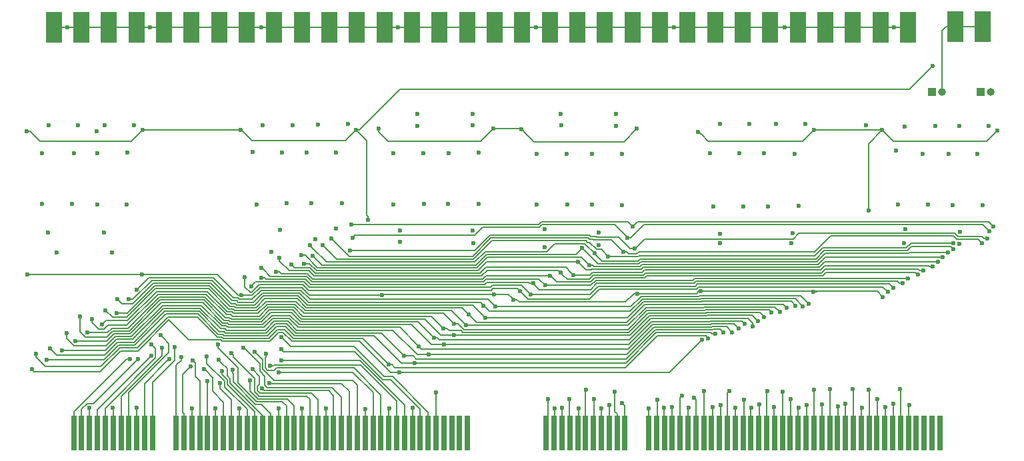
<source format=gbl>
G04 #@! TF.FileFunction,Copper,L4,Bot,Signal*
%FSLAX46Y46*%
G04 Gerber Fmt 4.6, Leading zero omitted, Abs format (unit mm)*
G04 Created by KiCad (PCBNEW 4.0.4-stable) date 01/25/18 18:30:54*
%MOMM*%
%LPD*%
G01*
G04 APERTURE LIST*
%ADD10C,0.100000*%
%ADD11R,0.700000X4.400000*%
%ADD12R,2.000000X4.000000*%
%ADD13R,1.000000X1.000000*%
%ADD14O,1.000000X1.000000*%
%ADD15C,0.600000*%
%ADD16C,0.177800*%
G04 APERTURE END LIST*
D10*
D11*
X47548800Y-178638200D03*
X48548800Y-178638200D03*
X49548800Y-178638200D03*
X50548800Y-178638200D03*
X51548800Y-178638200D03*
X52548800Y-178638200D03*
X53548800Y-178638200D03*
X54548800Y-178638200D03*
X55548800Y-178638200D03*
X56548800Y-178638200D03*
X57548800Y-178638200D03*
X60548800Y-178638200D03*
X61548800Y-178638200D03*
X62548800Y-178638200D03*
X63548800Y-178638200D03*
X64548800Y-178638200D03*
X65548800Y-178638200D03*
X66548800Y-178638200D03*
X67548800Y-178638200D03*
X68548800Y-178638200D03*
X69548800Y-178638200D03*
X70548800Y-178638200D03*
X71548800Y-178638200D03*
X72548800Y-178638200D03*
X73548800Y-178638200D03*
X74548800Y-178638200D03*
X75548800Y-178638200D03*
X76548800Y-178638200D03*
X77548800Y-178638200D03*
X78548800Y-178638200D03*
X79548800Y-178638200D03*
X80548800Y-178638200D03*
X81548800Y-178638200D03*
X82548800Y-178638200D03*
X83548800Y-178638200D03*
X84548800Y-178638200D03*
X85548800Y-178638200D03*
X86548800Y-178638200D03*
X87548800Y-178638200D03*
X88548800Y-178638200D03*
X89548800Y-178638200D03*
X90548800Y-178638200D03*
X91548800Y-178638200D03*
X92548800Y-178638200D03*
X93548800Y-178638200D03*
X94548800Y-178638200D03*
X95548800Y-178638200D03*
X96548800Y-178638200D03*
X97548800Y-178638200D03*
X107548800Y-178638200D03*
X120548800Y-178638200D03*
X108548800Y-178638200D03*
X109548800Y-178638200D03*
X110548800Y-178638200D03*
X111548800Y-178638200D03*
X112548800Y-178638200D03*
X113548800Y-178638200D03*
X114548800Y-178638200D03*
X115548800Y-178638200D03*
X116548800Y-178638200D03*
X117548800Y-178638200D03*
X121548800Y-178638200D03*
X122548800Y-178638200D03*
X123548800Y-178638200D03*
X124548800Y-178638200D03*
X125548800Y-178638200D03*
X126548800Y-178638200D03*
X127548800Y-178638200D03*
X128548800Y-178638200D03*
X129548800Y-178638200D03*
X130548800Y-178638200D03*
X131548800Y-178638200D03*
X132548800Y-178638200D03*
X133548800Y-178638200D03*
X134548800Y-178638200D03*
X135548800Y-178638200D03*
X136548800Y-178638200D03*
X137548800Y-178638200D03*
X138548800Y-178638200D03*
X139548800Y-178638200D03*
X140548800Y-178638200D03*
X141548800Y-178638200D03*
X142548800Y-178638200D03*
X143548800Y-178638200D03*
X144548800Y-178638200D03*
X145548800Y-178638200D03*
X146548800Y-178638200D03*
X147548800Y-178638200D03*
X148548800Y-178638200D03*
X149548800Y-178638200D03*
X150548800Y-178638200D03*
X151548800Y-178638200D03*
X152548800Y-178638200D03*
X153548800Y-178638200D03*
X154548800Y-178638200D03*
X155548800Y-178638200D03*
X156548800Y-178638200D03*
X157548800Y-178638200D03*
D12*
X45000000Y-127105416D03*
X48500000Y-127105416D03*
X52000000Y-127105416D03*
X55500000Y-127105416D03*
X59000000Y-127105416D03*
X62500000Y-127105416D03*
X66000000Y-127105416D03*
X69500000Y-127105416D03*
X73000000Y-127105416D03*
X76500000Y-127105416D03*
X80000000Y-127105416D03*
X83500000Y-127105416D03*
X87000000Y-127105416D03*
X90500000Y-127105416D03*
X94000000Y-127105416D03*
X97500000Y-127105416D03*
X101000000Y-127105416D03*
X104500000Y-127105416D03*
X108000000Y-127105416D03*
X111500000Y-127105416D03*
X115000000Y-127105416D03*
X118500000Y-127105416D03*
X122000000Y-127105416D03*
X125500000Y-127105416D03*
X129000000Y-127105416D03*
X132500000Y-127105416D03*
X136000000Y-127105416D03*
X139500000Y-127105416D03*
X143000000Y-127105416D03*
X146500000Y-127105416D03*
X150000000Y-127105416D03*
X153500000Y-127105416D03*
X159500000Y-127000000D03*
X163000000Y-127000000D03*
D13*
X162725000Y-135300000D03*
D14*
X163995000Y-135300000D03*
D13*
X156550000Y-135300000D03*
D14*
X157820000Y-135300000D03*
D15*
X112616421Y-173153667D03*
X114171875Y-153210978D03*
X107325000Y-152780367D03*
X153157830Y-152735978D03*
X160075000Y-153100000D03*
X148200000Y-139575000D03*
X147625000Y-175425000D03*
X136500000Y-175375000D03*
X125650000Y-175500000D03*
X129625000Y-153325000D03*
X138825000Y-153275000D03*
X98182091Y-152972167D03*
X87600000Y-175550000D03*
X76550000Y-175550000D03*
X65550000Y-175550000D03*
X52525000Y-175475000D03*
X116396355Y-139627195D03*
X98184761Y-139563790D03*
X160007300Y-139623800D03*
X153090880Y-139702540D03*
X136705340Y-139390120D03*
X129656840Y-139418060D03*
X109461300Y-139570460D03*
X91160600Y-139613640D03*
X88960960Y-152941020D03*
X80812517Y-152701404D03*
X73731120Y-152852120D03*
X78536800Y-139484100D03*
X71554340Y-139552680D03*
X44289980Y-153202640D03*
X51391820Y-153202640D03*
X51457860Y-139598400D03*
X44394120Y-139588240D03*
X114200000Y-154775000D03*
X107325000Y-155050000D03*
X153000000Y-154575000D03*
X160025000Y-154675000D03*
X150575000Y-175350000D03*
X144625000Y-175325000D03*
X139625000Y-175425000D03*
X133600000Y-175450000D03*
X128675000Y-175350000D03*
X122500000Y-175475000D03*
X115525000Y-175150000D03*
X109575000Y-175425000D03*
X139600000Y-149825000D03*
X135750000Y-149875000D03*
X132575000Y-149875000D03*
X128800000Y-149900000D03*
X129625000Y-154575000D03*
X138700000Y-154575000D03*
X98250385Y-154508772D03*
X90575000Y-175500000D03*
X84575000Y-175600000D03*
X79575000Y-175525000D03*
X73550000Y-175525000D03*
X68550000Y-175550000D03*
X62575000Y-175525000D03*
X55575000Y-175500000D03*
X49550000Y-175500000D03*
X46725000Y-127105416D03*
X57225000Y-127105416D03*
X71325000Y-127105416D03*
X88750000Y-127105416D03*
X106225000Y-127105416D03*
X123800000Y-127105416D03*
X137800000Y-127105416D03*
X151750000Y-127105416D03*
X54345840Y-143042640D03*
X50500280Y-143116300D03*
X47566580Y-143131540D03*
X50521363Y-149626652D03*
X73952100Y-143004540D03*
X80873600Y-143037560D03*
X162956240Y-149699980D03*
X159186880Y-149727920D03*
X152181560Y-149672040D03*
X156049980Y-149672040D03*
X151940507Y-142752399D03*
X163703000Y-139651740D03*
X156951680Y-139664440D03*
X162265360Y-143230600D03*
X158671260Y-143192500D03*
X155392120Y-143228060D03*
X140413740Y-139379960D03*
X133377940Y-139392660D03*
X139065000Y-143202660D03*
X135221980Y-143151860D03*
X132077460Y-143103600D03*
X128379220Y-143136620D03*
X109405420Y-138148060D03*
X116420900Y-138094720D03*
X117172740Y-143182340D03*
X113319560Y-143189960D03*
X110177580Y-143215360D03*
X106334560Y-143215360D03*
X117203220Y-149727920D03*
X113380520Y-149669500D03*
X110223300Y-149669500D03*
X106372660Y-149621240D03*
X98983800Y-143045180D03*
X98209100Y-138099800D03*
X91158060Y-138153140D03*
X95140780Y-143118840D03*
X91937840Y-143139160D03*
X88138000Y-143108680D03*
X98935540Y-149588220D03*
X95092520Y-149572980D03*
X88168480Y-149651720D03*
X91993720Y-149524720D03*
X89009220Y-154401520D03*
X81577180Y-149476460D03*
X78232000Y-154038300D03*
X77708760Y-149461220D03*
X74617580Y-149506940D03*
X70736460Y-149618700D03*
X72638920Y-155608020D03*
X82334100Y-139418060D03*
X77155040Y-143024860D03*
X75311000Y-139524740D03*
X70225920Y-142956280D03*
X45354240Y-155773120D03*
X52392580Y-155773120D03*
X54282340Y-149636480D03*
X47325280Y-149529800D03*
X43522900Y-149537420D03*
X55204360Y-139588240D03*
X50429160Y-140327380D03*
X43520360Y-143111220D03*
X48107600Y-139567920D03*
X88929626Y-171003266D03*
X127319887Y-166843342D03*
X42211368Y-170575398D03*
X42752053Y-168624750D03*
X128121078Y-166640055D03*
X87560228Y-169993328D03*
X90819006Y-169769921D03*
X129029892Y-166066067D03*
X44145450Y-169384128D03*
X44542011Y-167948588D03*
X130015893Y-165867421D03*
X89455655Y-168843587D03*
X92657665Y-168674021D03*
X131182111Y-165867421D03*
X46045883Y-168196786D03*
X46606886Y-165994228D03*
X131993394Y-165411075D03*
X91351068Y-167669117D03*
X94524896Y-167432997D03*
X47782076Y-167024175D03*
X132792000Y-164815289D03*
X48326260Y-163838152D03*
X133776314Y-165125225D03*
X93258741Y-166529969D03*
X54678212Y-169287984D03*
X55721488Y-169246252D03*
X57379997Y-168879219D03*
X57379997Y-167396259D03*
X58764820Y-167810615D03*
X58580237Y-166275000D03*
X59680765Y-169249959D03*
X60317835Y-167737052D03*
X95868390Y-166248900D03*
X49242196Y-165907365D03*
X134414565Y-164438805D03*
X49829579Y-164224556D03*
X135233454Y-163908934D03*
X94517306Y-165383872D03*
X51110502Y-164918636D03*
X136172767Y-163354981D03*
X95795286Y-164826209D03*
X97356187Y-164961102D03*
X51596577Y-163129516D03*
X137232505Y-163306811D03*
X53015365Y-163407482D03*
X138111606Y-162788984D03*
X97690365Y-163611645D03*
X99835065Y-164058533D03*
X53062280Y-161680908D03*
X139183396Y-162487922D03*
X99603094Y-162471795D03*
X140143582Y-162573389D03*
X54525560Y-161698128D03*
X101105534Y-162627790D03*
X140855273Y-162259561D03*
X55513463Y-160444363D03*
X69274573Y-158855555D03*
X104176776Y-160638150D03*
X150947845Y-160760978D03*
X70057833Y-160049930D03*
X105563012Y-161042469D03*
X151595628Y-160215243D03*
X71329614Y-158914282D03*
X105869139Y-159662009D03*
X152829614Y-159614993D03*
X71366522Y-157660095D03*
X107440206Y-159921928D03*
X153489158Y-159065373D03*
X73256517Y-158203060D03*
X108033517Y-158659913D03*
X154756517Y-158548081D03*
X73676884Y-156421660D03*
X109366830Y-158291434D03*
X155399394Y-158002030D03*
X110976266Y-158573336D03*
X156657344Y-157489498D03*
X75157344Y-157239498D03*
X111582064Y-156916488D03*
X76750696Y-157136227D03*
X157291478Y-156932074D03*
X112987119Y-157342202D03*
X157933282Y-156338853D03*
X76433282Y-156088853D03*
X112097966Y-155167198D03*
X77887027Y-156147986D03*
X158574574Y-155760718D03*
X77510461Y-154821445D03*
X113689154Y-155855630D03*
X159230327Y-155314173D03*
X79171839Y-154843950D03*
X115405815Y-156214062D03*
X159261086Y-154528620D03*
X117300887Y-155631777D03*
X162872501Y-154517155D03*
X80239164Y-153952585D03*
X118815611Y-155249380D03*
X82663370Y-155441760D03*
X163590177Y-153954433D03*
X117855544Y-153870129D03*
X82927239Y-153860840D03*
X163847321Y-153055183D03*
X164313460Y-152428571D03*
X118505290Y-152420908D03*
X82817645Y-152144388D03*
X103389418Y-161746227D03*
X86725000Y-161125000D03*
X119125000Y-160942476D03*
X141435308Y-160705483D03*
X100904880Y-161039628D03*
X127152989Y-160665323D03*
X41625000Y-158525000D03*
X56250000Y-158500000D03*
X150309188Y-161375102D03*
X68809188Y-161125102D03*
X61179476Y-169006143D03*
X62400000Y-170225000D03*
X62615470Y-169420011D03*
X64534057Y-172040975D03*
X64085886Y-170536069D03*
X66144224Y-172361443D03*
X64460104Y-168907020D03*
X66357671Y-170788680D03*
X65942014Y-169406896D03*
X67761432Y-170638568D03*
X65890051Y-167402239D03*
X69963315Y-171961685D03*
X67549817Y-168497610D03*
X70233392Y-170591608D03*
X71441026Y-173008974D03*
X69112776Y-167835553D03*
X72391925Y-172319705D03*
X70536536Y-168389376D03*
X73606584Y-170974479D03*
X71944213Y-168576499D03*
X72438796Y-170123533D03*
X73875000Y-169485457D03*
X73867258Y-168008153D03*
X73876540Y-166448692D03*
X156600000Y-132050000D03*
X84925000Y-151625000D03*
X93575000Y-173475000D03*
X83400000Y-140150000D03*
X68750000Y-140125000D03*
X56275000Y-140175000D03*
X41575000Y-140325000D03*
X107775000Y-174350000D03*
X120600000Y-175550000D03*
X108625000Y-175525000D03*
X110525000Y-174350000D03*
X111675000Y-175525000D03*
X113600000Y-174375000D03*
X114550000Y-175550000D03*
X116259481Y-173402390D03*
X117137327Y-174836205D03*
X121625000Y-174425000D03*
X123550000Y-175375000D03*
X124761690Y-173932468D03*
X126309425Y-174210267D03*
X127619047Y-173337186D03*
X129700000Y-175125000D03*
X130768228Y-173354583D03*
X131600000Y-175450000D03*
X132650000Y-174475000D03*
X134650000Y-175075000D03*
X135596023Y-173385181D03*
X137549325Y-173428619D03*
X138625000Y-174400000D03*
X140650000Y-175150000D03*
X141558320Y-173170025D03*
X142600000Y-175025000D03*
X143623317Y-173122881D03*
X145575000Y-174950000D03*
X146475698Y-173070308D03*
X148532461Y-173139859D03*
X149600000Y-174350000D03*
X151600000Y-174950000D03*
X152516819Y-173110052D03*
X148475000Y-150375000D03*
X153675000Y-175150000D03*
X164850000Y-140225000D03*
X150200000Y-140175000D03*
X141525000Y-140150000D03*
X126825000Y-140400000D03*
X119075000Y-140025000D03*
X104400000Y-140050000D03*
X100850000Y-140025000D03*
X86250000Y-140000000D03*
D16*
X112548800Y-173221288D02*
X112616421Y-173153667D01*
X112548800Y-178638200D02*
X112548800Y-173221288D01*
X147548800Y-178638200D02*
X147548800Y-175501200D01*
X147548800Y-175501200D02*
X147625000Y-175425000D01*
X136500000Y-175375000D02*
X136500000Y-178589400D01*
X136500000Y-178589400D02*
X136548800Y-178638200D01*
X125548800Y-178638200D02*
X125548800Y-175601200D01*
X125548800Y-175601200D02*
X125650000Y-175500000D01*
X87548800Y-178638200D02*
X87548800Y-175601200D01*
X87548800Y-175601200D02*
X87600000Y-175550000D01*
X76550000Y-175550000D02*
X76550000Y-178637000D01*
X76550000Y-178637000D02*
X76548800Y-178638200D01*
X65548800Y-175551200D02*
X65550000Y-175550000D01*
X65548800Y-178638200D02*
X65548800Y-175551200D01*
X52548800Y-178638200D02*
X52548800Y-175498800D01*
X52548800Y-175498800D02*
X52525000Y-175475000D01*
X150575000Y-175350000D02*
X150575000Y-178612000D01*
X150575000Y-178612000D02*
X150548800Y-178638200D01*
X144625000Y-175325000D02*
X144625000Y-178562000D01*
X144625000Y-178562000D02*
X144548800Y-178638200D01*
X139548800Y-178638200D02*
X139548800Y-175501200D01*
X139548800Y-175501200D02*
X139625000Y-175425000D01*
X133548800Y-178638200D02*
X133548800Y-175501200D01*
X133548800Y-175501200D02*
X133600000Y-175450000D01*
X128675000Y-175350000D02*
X128675000Y-178512000D01*
X128675000Y-178512000D02*
X128548800Y-178638200D01*
X122500000Y-175475000D02*
X122500000Y-178589400D01*
X122500000Y-178589400D02*
X122548800Y-178638200D01*
X115525000Y-175150000D02*
X115525000Y-178614400D01*
X115525000Y-178614400D02*
X115548800Y-178638200D01*
X109548800Y-178638200D02*
X109548800Y-175451200D01*
X109548800Y-175451200D02*
X109575000Y-175425000D01*
X90575000Y-175500000D02*
X90575000Y-178612000D01*
X90575000Y-178612000D02*
X90548800Y-178638200D01*
X84575000Y-175600000D02*
X84575000Y-178612000D01*
X84575000Y-178612000D02*
X84548800Y-178638200D01*
X79548800Y-178638200D02*
X79548800Y-175551200D01*
X79548800Y-175551200D02*
X79575000Y-175525000D01*
X73550000Y-175525000D02*
X73550000Y-178637000D01*
X73550000Y-178637000D02*
X73548800Y-178638200D01*
X68548800Y-175551200D02*
X68550000Y-175550000D01*
X68548800Y-178638200D02*
X68548800Y-175551200D01*
X62575000Y-175525000D02*
X62575000Y-178612000D01*
X62575000Y-178612000D02*
X62548800Y-178638200D01*
X55575000Y-175500000D02*
X55575000Y-178612000D01*
X55575000Y-178612000D02*
X55548800Y-178638200D01*
X49548800Y-175501200D02*
X49550000Y-175500000D01*
X49548800Y-178638200D02*
X49548800Y-175501200D01*
X45000000Y-127105416D02*
X46725000Y-127105416D01*
X55500000Y-127105416D02*
X57225000Y-127105416D01*
X59000000Y-127105416D02*
X57225000Y-127105416D01*
X73000000Y-127105416D02*
X71325000Y-127105416D01*
X87000000Y-127105416D02*
X88750000Y-127105416D01*
X90500000Y-127105416D02*
X88750000Y-127105416D01*
X104500000Y-127105416D02*
X106225000Y-127105416D01*
X108000000Y-127105416D02*
X106225000Y-127105416D01*
X122000000Y-127105416D02*
X123800000Y-127105416D01*
X125500000Y-127105416D02*
X123800000Y-127105416D01*
X136000000Y-127105416D02*
X137800000Y-127105416D01*
X139500000Y-127105416D02*
X137800000Y-127105416D01*
X150000000Y-127105416D02*
X151750000Y-127105416D01*
X153500000Y-127105416D02*
X151750000Y-127105416D01*
X146500000Y-127105416D02*
X150000000Y-127105416D01*
X143000000Y-127105416D02*
X146500000Y-127105416D01*
X139500000Y-127105416D02*
X143000000Y-127105416D01*
X132500000Y-127105416D02*
X136000000Y-127105416D01*
X129000000Y-127105416D02*
X132500000Y-127105416D01*
X125500000Y-127105416D02*
X129000000Y-127105416D01*
X118500000Y-127105416D02*
X122000000Y-127105416D01*
X115000000Y-127105416D02*
X118500000Y-127105416D01*
X111500000Y-127105416D02*
X115000000Y-127105416D01*
X108000000Y-127105416D02*
X111500000Y-127105416D01*
X101000000Y-127105416D02*
X104500000Y-127105416D01*
X97500000Y-127105416D02*
X101000000Y-127105416D01*
X94000000Y-127105416D02*
X97500000Y-127105416D01*
X90500000Y-127105416D02*
X94000000Y-127105416D01*
X83500000Y-127105416D02*
X87000000Y-127105416D01*
X80000000Y-127105416D02*
X83500000Y-127105416D01*
X76500000Y-127105416D02*
X80000000Y-127105416D01*
X73000000Y-127105416D02*
X76500000Y-127105416D01*
X69500000Y-127105416D02*
X73000000Y-127105416D01*
X66000000Y-127105416D02*
X69500000Y-127105416D01*
X62500000Y-127105416D02*
X66000000Y-127105416D01*
X59000000Y-127105416D02*
X62500000Y-127105416D01*
X52000000Y-127105416D02*
X55500000Y-127105416D01*
X48500000Y-127105416D02*
X52000000Y-127105416D01*
X45000000Y-127105416D02*
X48500000Y-127105416D01*
X62160538Y-166835538D02*
X66162068Y-166835538D01*
X55700000Y-168225000D02*
X59625000Y-164300000D01*
X42511367Y-170875397D02*
X50874603Y-170875397D01*
X74111428Y-165881990D02*
X75263177Y-167033739D01*
X53525000Y-168225000D02*
X55700000Y-168225000D01*
X83792357Y-167033739D02*
X87761884Y-171003266D01*
X89353890Y-171003266D02*
X88929626Y-171003266D01*
X75263177Y-167033739D02*
X83792357Y-167033739D01*
X123159963Y-171003266D02*
X89353890Y-171003266D01*
X127319887Y-166843342D02*
X123159963Y-171003266D01*
X73604522Y-165881990D02*
X74111428Y-165881990D01*
X42211368Y-170575398D02*
X42511367Y-170875397D01*
X87761884Y-171003266D02*
X88929626Y-171003266D01*
X50874603Y-170875397D02*
X53525000Y-168225000D01*
X66162068Y-166835538D02*
X66360269Y-167033739D01*
X72452773Y-167033739D02*
X73604522Y-165881990D01*
X66360269Y-167033739D02*
X72452773Y-167033739D01*
X59625000Y-164300000D02*
X62160538Y-166835538D01*
X87560228Y-169993328D02*
X87984492Y-169993328D01*
X88335883Y-170344719D02*
X117602201Y-170344719D01*
X127821079Y-166340056D02*
X128121078Y-166640055D01*
X127757664Y-166276641D02*
X127821079Y-166340056D01*
X121670279Y-166276641D02*
X127757664Y-166276641D01*
X87984492Y-169993328D02*
X88335883Y-170344719D01*
X117602201Y-170344719D02*
X121670279Y-166276641D01*
X75447605Y-166678128D02*
X74295856Y-165526379D01*
X55577700Y-167844391D02*
X53402700Y-167844391D01*
X59477702Y-163944389D02*
X55577700Y-167844391D01*
X42752053Y-169049014D02*
X42752053Y-168624750D01*
X53402700Y-167844391D02*
X51003764Y-170243327D01*
X63222299Y-163944389D02*
X59477702Y-163944389D01*
X66507567Y-166678128D02*
X66309366Y-166479927D01*
X84245028Y-166678128D02*
X75447605Y-166678128D01*
X73429377Y-165526379D02*
X72277628Y-166678128D01*
X74295856Y-165526379D02*
X73429377Y-165526379D01*
X65757836Y-166479927D02*
X63222299Y-163944389D01*
X43946366Y-170243327D02*
X42752053Y-169049014D01*
X66309366Y-166479927D02*
X65757836Y-166479927D01*
X72277628Y-166678128D02*
X66507567Y-166678128D01*
X87560228Y-169993328D02*
X84245028Y-166678128D01*
X51003764Y-170243327D02*
X43946366Y-170243327D01*
X90394742Y-169769921D02*
X90819006Y-169769921D01*
X73282079Y-165170768D02*
X74443154Y-165170768D01*
X44145450Y-169384128D02*
X51360054Y-169384128D01*
X85713993Y-166322517D02*
X89161397Y-169769921D01*
X75594903Y-166322517D02*
X85713993Y-166322517D01*
X89161397Y-169769921D02*
X90394742Y-169769921D01*
X72130330Y-166322517D02*
X73282079Y-165170768D01*
X66654865Y-166322517D02*
X72130330Y-166322517D01*
X63319596Y-163538778D02*
X65905133Y-166124316D01*
X121522980Y-165921030D02*
X117674089Y-169769921D01*
X74443154Y-165170768D02*
X75594903Y-166322517D01*
X51360054Y-169384128D02*
X53255402Y-167488780D01*
X128460591Y-165921030D02*
X121522980Y-165921030D01*
X129029892Y-166066067D02*
X128605628Y-166066067D01*
X91243270Y-169769921D02*
X90819006Y-169769921D01*
X65905133Y-166124316D02*
X66456664Y-166124316D01*
X66456664Y-166124316D02*
X66654865Y-166322517D01*
X53255402Y-167488780D02*
X55305403Y-167488780D01*
X59255405Y-163538778D02*
X63319596Y-163538778D01*
X128605628Y-166066067D02*
X128460591Y-165921030D01*
X55305403Y-167488780D02*
X59255405Y-163538778D01*
X117674089Y-169769921D02*
X91243270Y-169769921D01*
X117700379Y-169240723D02*
X121375682Y-165565419D01*
X129647837Y-165499365D02*
X129715894Y-165567422D01*
X90639548Y-168843587D02*
X91036684Y-169240723D01*
X89455655Y-168843587D02*
X90639548Y-168843587D01*
X91036684Y-169240723D02*
X117700379Y-169240723D01*
X121375682Y-165565419D02*
X128691820Y-165565419D01*
X129715894Y-165567422D02*
X130015893Y-165867421D01*
X128757874Y-165499365D02*
X129647837Y-165499365D01*
X128691820Y-165565419D02*
X128757874Y-165499365D01*
X63466894Y-163183167D02*
X59108107Y-163183167D01*
X66603962Y-165768705D02*
X66052431Y-165768705D01*
X45387010Y-168793587D02*
X44842010Y-168248587D01*
X59108107Y-163183167D02*
X55158105Y-167133169D01*
X44842010Y-168248587D02*
X44542011Y-167948588D01*
X53108104Y-167133169D02*
X51447686Y-168793587D01*
X66802163Y-165966906D02*
X66603962Y-165768705D01*
X86578974Y-165966906D02*
X75742201Y-165966906D01*
X89455655Y-168843587D02*
X86578974Y-165966906D01*
X74590452Y-164815157D02*
X73134781Y-164815157D01*
X71983032Y-165966906D02*
X66802163Y-165966906D01*
X75742201Y-165966906D02*
X74590452Y-164815157D01*
X55158105Y-167133169D02*
X53108104Y-167133169D01*
X51447686Y-168793587D02*
X45387010Y-168793587D01*
X66052431Y-165768705D02*
X63466894Y-163183167D01*
X73134781Y-164815157D02*
X71983032Y-165966906D01*
X130458444Y-165143754D02*
X128610576Y-165143754D01*
X92233401Y-168674021D02*
X92657665Y-168674021D01*
X91140392Y-168674021D02*
X92233401Y-168674021D01*
X72987483Y-164459546D02*
X74737750Y-164459546D01*
X66949461Y-165611295D02*
X71835734Y-165611295D01*
X63614192Y-162827556D02*
X66199729Y-165413094D01*
X75889499Y-165611295D02*
X88077666Y-165611295D01*
X66751260Y-165413094D02*
X66949461Y-165611295D01*
X55010807Y-166777558D02*
X58960809Y-162827556D01*
X88077666Y-165611295D02*
X91140392Y-168674021D01*
X66199729Y-165413094D02*
X66751260Y-165413094D01*
X74737750Y-164459546D02*
X75889499Y-165611295D01*
X52960806Y-166777558D02*
X55010807Y-166777558D01*
X131182111Y-165867421D02*
X130458444Y-165143754D01*
X121228384Y-165209808D02*
X117764171Y-168674021D01*
X128544522Y-165209808D02*
X121228384Y-165209808D01*
X128610576Y-165143754D02*
X128544522Y-165209808D01*
X93081929Y-168674021D02*
X92657665Y-168674021D01*
X117764171Y-168674021D02*
X93081929Y-168674021D01*
X58960809Y-162827556D02*
X63614192Y-162827556D01*
X71835734Y-165611295D02*
X72987483Y-164459546D01*
X46045883Y-168196786D02*
X51541578Y-168196786D01*
X51541578Y-168196786D02*
X52960806Y-166777558D01*
X117930434Y-168004849D02*
X121081086Y-164854197D01*
X131693395Y-165111076D02*
X131993394Y-165411075D01*
X121081086Y-164854197D02*
X128397224Y-164854197D01*
X128463278Y-164788143D02*
X131370462Y-164788143D01*
X131370462Y-164788143D02*
X131693395Y-165111076D01*
X128397224Y-164854197D02*
X128463278Y-164788143D01*
X91686800Y-168004849D02*
X117930434Y-168004849D01*
X91351068Y-167669117D02*
X91686800Y-168004849D01*
X66347027Y-165057483D02*
X63761490Y-162471945D01*
X46606886Y-166418492D02*
X46606886Y-165994228D01*
X46606886Y-166659928D02*
X46606886Y-166418492D01*
X47566075Y-167619117D02*
X46606886Y-166659928D01*
X88937635Y-165255684D02*
X76036797Y-165255684D01*
X51616338Y-167619117D02*
X47566075Y-167619117D01*
X58813511Y-162471945D02*
X54863509Y-166421947D01*
X63761490Y-162471945D02*
X58813511Y-162471945D01*
X76036797Y-165255684D02*
X74885048Y-164103935D01*
X71688436Y-165255684D02*
X67096759Y-165255684D01*
X66898558Y-165057483D02*
X66347027Y-165057483D01*
X67096759Y-165255684D02*
X66898558Y-165057483D01*
X91351068Y-167669117D02*
X88937635Y-165255684D01*
X52813508Y-166421947D02*
X51616338Y-167619117D01*
X72840185Y-164103935D02*
X71688436Y-165255684D01*
X54863509Y-166421947D02*
X52813508Y-166421947D01*
X74885048Y-164103935D02*
X72840185Y-164103935D01*
X75032346Y-163748324D02*
X76184094Y-164900073D01*
X117999377Y-167432997D02*
X94949160Y-167432997D01*
X76184094Y-164900073D02*
X90417769Y-164900073D01*
X94100632Y-167432997D02*
X94524896Y-167432997D01*
X132409243Y-164432532D02*
X128315980Y-164432532D01*
X67045856Y-164701872D02*
X67244057Y-164900073D01*
X51708371Y-167024175D02*
X52666210Y-166066336D01*
X63908788Y-162116334D02*
X66494325Y-164701872D01*
X52666210Y-166066336D02*
X54716211Y-166066336D01*
X47782076Y-167024175D02*
X51708371Y-167024175D01*
X120933788Y-164498586D02*
X117999377Y-167432997D01*
X128249926Y-164498586D02*
X120933788Y-164498586D01*
X72692888Y-163748324D02*
X75032346Y-163748324D01*
X71541139Y-164900073D02*
X72692888Y-163748324D01*
X54716211Y-166066336D02*
X58666213Y-162116334D01*
X132792000Y-164815289D02*
X132409243Y-164432532D01*
X94949160Y-167432997D02*
X94524896Y-167432997D01*
X66494325Y-164701872D02*
X67045856Y-164701872D01*
X128315980Y-164432532D02*
X128249926Y-164498586D01*
X92950693Y-167432997D02*
X94100632Y-167432997D01*
X67244057Y-164900073D02*
X71541139Y-164900073D01*
X90417769Y-164900073D02*
X92950693Y-167432997D01*
X58666213Y-162116334D02*
X63908788Y-162116334D01*
X128102628Y-164142975D02*
X128168682Y-164076921D01*
X93258741Y-166529969D02*
X93683005Y-166529969D01*
X133776314Y-164700961D02*
X133776314Y-165125225D01*
X93951017Y-166797981D02*
X94455348Y-166797981D01*
X128168682Y-164076921D02*
X133152274Y-164076921D01*
X118099498Y-166829968D02*
X120786491Y-164142975D01*
X93683005Y-166529969D02*
X93951017Y-166797981D01*
X94455348Y-166797981D02*
X94487335Y-166829968D01*
X94487335Y-166829968D02*
X118099498Y-166829968D01*
X120786491Y-164142975D02*
X128102628Y-164142975D01*
X133152274Y-164076921D02*
X133776314Y-164700961D01*
X48326260Y-164262416D02*
X48326260Y-163838152D01*
X49003544Y-166485725D02*
X48326260Y-165808441D01*
X51743912Y-166485725D02*
X49003544Y-166485725D01*
X54568913Y-165710725D02*
X52518912Y-165710725D01*
X58518915Y-161760723D02*
X54568913Y-165710725D01*
X71393840Y-164544462D02*
X67391355Y-164544462D01*
X72545589Y-163392713D02*
X71393840Y-164544462D01*
X75179644Y-163392713D02*
X72545589Y-163392713D01*
X76331392Y-164544462D02*
X75179644Y-163392713D01*
X91273234Y-164544462D02*
X76331392Y-164544462D01*
X93258741Y-166529969D02*
X91273234Y-164544462D01*
X52518912Y-165710725D02*
X51743912Y-166485725D01*
X67193154Y-164346261D02*
X66641623Y-164346261D01*
X64056086Y-161760723D02*
X58518915Y-161760723D01*
X48326260Y-165808441D02*
X48326260Y-164262416D01*
X66641623Y-164346261D02*
X64056086Y-161760723D01*
X67391355Y-164544462D02*
X67193154Y-164346261D01*
X47548800Y-178638200D02*
X47548800Y-175993132D01*
X54253948Y-169287984D02*
X54678212Y-169287984D01*
X47548800Y-175993132D02*
X54253948Y-169287984D01*
X48548800Y-175662480D02*
X49277982Y-174933298D01*
X49277982Y-174933298D02*
X50034442Y-174933298D01*
X55421489Y-169546251D02*
X55721488Y-169246252D01*
X50034442Y-174933298D02*
X55421489Y-169546251D01*
X48548800Y-178638200D02*
X48548800Y-175662480D01*
X57079998Y-169179218D02*
X57379997Y-168879219D01*
X50548800Y-178638200D02*
X50548800Y-175710416D01*
X50548800Y-175710416D02*
X57079998Y-169179218D01*
X51548800Y-178638200D02*
X51548800Y-175549134D01*
X57946698Y-167962960D02*
X57679996Y-167696258D01*
X57679996Y-167696258D02*
X57379997Y-167396259D01*
X51548800Y-175549134D02*
X57946698Y-169151236D01*
X57946698Y-169151236D02*
X57946698Y-167962960D01*
X58764820Y-168836023D02*
X58764820Y-168234879D01*
X53548800Y-174052043D02*
X58764820Y-168836023D01*
X53548800Y-178638200D02*
X53548800Y-174052043D01*
X58764820Y-168234879D02*
X58764820Y-167810615D01*
X58880236Y-166574999D02*
X58580237Y-166275000D01*
X54548800Y-173554952D02*
X59636837Y-168466915D01*
X54548800Y-178638200D02*
X54548800Y-173554952D01*
X59636837Y-167331600D02*
X58880236Y-166574999D01*
X59636837Y-168466915D02*
X59636837Y-167331600D01*
X59380766Y-169549958D02*
X59680765Y-169249959D01*
X56548800Y-178638200D02*
X56548800Y-172381924D01*
X56548800Y-172381924D02*
X59380766Y-169549958D01*
X57548800Y-172220645D02*
X60317835Y-169451610D01*
X60317835Y-168161316D02*
X60317835Y-167737052D01*
X60317835Y-169451610D02*
X60317835Y-168161316D01*
X57548800Y-178638200D02*
X57548800Y-172220645D01*
X94168945Y-166248900D02*
X95444126Y-166248900D01*
X72398292Y-163037102D02*
X75326942Y-163037102D01*
X96292654Y-166248900D02*
X95868390Y-166248900D01*
X118177656Y-166248900D02*
X96292654Y-166248900D01*
X128021384Y-163721310D02*
X127955330Y-163787364D01*
X52371614Y-165355114D02*
X54421615Y-165355114D01*
X134414565Y-164438805D02*
X133697070Y-163721310D01*
X71246543Y-164188851D02*
X72398292Y-163037102D01*
X75326942Y-163037102D02*
X76478690Y-164188851D01*
X67538653Y-164188851D02*
X71246543Y-164188851D01*
X76478690Y-164188851D02*
X92108896Y-164188851D01*
X67340452Y-163990650D02*
X67538653Y-164188851D01*
X66788921Y-163990650D02*
X67340452Y-163990650D01*
X64203384Y-161405112D02*
X66788921Y-163990650D01*
X120639192Y-163787364D02*
X118177656Y-166248900D01*
X58371616Y-161405112D02*
X64203384Y-161405112D01*
X92108896Y-164188851D02*
X94168945Y-166248900D01*
X51819363Y-165907365D02*
X52371614Y-165355114D01*
X127955330Y-163787364D02*
X120639192Y-163787364D01*
X54421615Y-165355114D02*
X58371616Y-161405112D01*
X95444126Y-166248900D02*
X95868390Y-166248900D01*
X49242196Y-165907365D02*
X51819363Y-165907365D01*
X133697070Y-163721310D02*
X128021384Y-163721310D01*
X134933455Y-163608935D02*
X135233454Y-163908934D01*
X127874086Y-163365699D02*
X134690219Y-163365699D01*
X127808032Y-163431753D02*
X127874086Y-163365699D01*
X94517306Y-165383872D02*
X94941570Y-165383872D01*
X120491895Y-163431753D02*
X127808032Y-163431753D01*
X96936871Y-165883415D02*
X118040233Y-165883415D01*
X95231046Y-165673348D02*
X96726805Y-165673348D01*
X94941570Y-165383872D02*
X95231046Y-165673348D01*
X96726805Y-165673348D02*
X96936871Y-165883415D01*
X118040233Y-165883415D02*
X120491895Y-163431753D01*
X134690219Y-163365699D02*
X134933455Y-163608935D01*
X67685951Y-163833240D02*
X67487750Y-163635039D01*
X76625988Y-163833240D02*
X75474240Y-162681491D01*
X67487750Y-163635039D02*
X66936219Y-163635039D01*
X49829579Y-164648820D02*
X49829579Y-164224556D01*
X71099244Y-163833240D02*
X67685951Y-163833240D01*
X72250993Y-162681491D02*
X71099244Y-163833240D01*
X75474240Y-162681491D02*
X72250993Y-162681491D01*
X94517306Y-165383872D02*
X92966674Y-163833240D01*
X50666097Y-165485338D02*
X49829579Y-164648820D01*
X64350682Y-161049501D02*
X58224318Y-161049501D01*
X51870063Y-164997795D02*
X51382520Y-165485338D01*
X66936219Y-163635039D02*
X64350682Y-161049501D01*
X58224318Y-161049501D02*
X54276024Y-164997795D01*
X54276024Y-164997795D02*
X51870063Y-164997795D01*
X51382520Y-165485338D02*
X50666097Y-165485338D01*
X92966674Y-163833240D02*
X76625988Y-163833240D01*
X96382574Y-164826209D02*
X97084169Y-165527804D01*
X127726788Y-163010088D02*
X135827874Y-163010088D01*
X127660734Y-163076142D02*
X127726788Y-163010088D01*
X97084169Y-165527804D02*
X117892934Y-165527804D01*
X135872768Y-163054982D02*
X136172767Y-163354981D01*
X135827874Y-163010088D02*
X135872768Y-163054982D01*
X120344596Y-163076142D02*
X127660734Y-163076142D01*
X117892934Y-165527804D02*
X120344596Y-163076142D01*
X95795286Y-164826209D02*
X96382574Y-164826209D01*
X75621538Y-162325880D02*
X72103696Y-162325880D01*
X51639521Y-164389617D02*
X51410501Y-164618637D01*
X64497980Y-160693890D02*
X58077020Y-160693890D01*
X67833249Y-163477629D02*
X67635048Y-163279428D01*
X72103696Y-162325880D02*
X70951947Y-163477629D01*
X76773286Y-163477629D02*
X75621538Y-162325880D01*
X94446706Y-163477629D02*
X76773286Y-163477629D01*
X51410501Y-164618637D02*
X51110502Y-164918636D01*
X67083517Y-163279428D02*
X64497980Y-160693890D01*
X58077020Y-160693890D02*
X54381293Y-164389617D01*
X54381293Y-164389617D02*
X51639521Y-164389617D01*
X67635048Y-163279428D02*
X67083517Y-163279428D01*
X95795286Y-164826209D02*
X94446706Y-163477629D01*
X70951947Y-163477629D02*
X67833249Y-163477629D01*
X97780451Y-164961102D02*
X97356187Y-164961102D01*
X97800194Y-164980845D02*
X97780451Y-164961102D01*
X120197299Y-162720531D02*
X117936985Y-164980845D01*
X117936985Y-164980845D02*
X97800194Y-164980845D01*
X127513436Y-162720531D02*
X120197299Y-162720531D01*
X127579490Y-162654477D02*
X127513436Y-162720531D01*
X136580171Y-162654477D02*
X127579490Y-162654477D01*
X137232505Y-163306811D02*
X136580171Y-162654477D01*
X67782346Y-162923817D02*
X67980547Y-163122018D01*
X76920584Y-163122018D02*
X95517103Y-163122018D01*
X57929722Y-160338279D02*
X64645278Y-160338279D01*
X97056188Y-164661103D02*
X97356187Y-164961102D01*
X71956397Y-161970269D02*
X75768836Y-161970269D01*
X54290966Y-163977035D02*
X57929722Y-160338279D01*
X70804648Y-163122018D02*
X71956397Y-161970269D01*
X67980547Y-163122018D02*
X70804648Y-163122018D01*
X64645278Y-160338279D02*
X67230815Y-162923817D01*
X51596577Y-163129516D02*
X52444096Y-163977035D01*
X95517103Y-163122018D02*
X97056188Y-164661103D01*
X52444096Y-163977035D02*
X54290966Y-163977035D01*
X67230815Y-162923817D02*
X67782346Y-162923817D01*
X75768836Y-161970269D02*
X76920584Y-163122018D01*
X137621488Y-162298866D02*
X137811607Y-162488985D01*
X117789686Y-164625234D02*
X120050000Y-162364920D01*
X127366138Y-162364920D02*
X127432192Y-162298866D01*
X120050000Y-162364920D02*
X127366138Y-162364920D01*
X98703954Y-164625234D02*
X117789686Y-164625234D01*
X127432192Y-162298866D02*
X137621488Y-162298866D01*
X137811607Y-162488985D02*
X138111606Y-162788984D01*
X97690365Y-163611645D02*
X98703954Y-164625234D01*
X67378113Y-162568206D02*
X64792576Y-159982668D01*
X75916134Y-161614658D02*
X71809100Y-161614658D01*
X53439629Y-163407482D02*
X53015365Y-163407482D01*
X64792576Y-159982668D02*
X57782424Y-159982668D01*
X70657351Y-162766407D02*
X68127845Y-162766407D01*
X97690365Y-163611645D02*
X96845127Y-162766407D01*
X71809100Y-161614658D02*
X70657351Y-162766407D01*
X54357610Y-163407482D02*
X53439629Y-163407482D01*
X68127845Y-162766407D02*
X67929644Y-162568206D01*
X67929644Y-162568206D02*
X67378113Y-162568206D01*
X57782424Y-159982668D02*
X54357610Y-163407482D01*
X96845127Y-162766407D02*
X77067882Y-162766407D01*
X77067882Y-162766407D02*
X75916134Y-161614658D01*
X99535066Y-163758534D02*
X99835065Y-164058533D01*
X98187328Y-162410796D02*
X99535066Y-163758534D01*
X139183396Y-162487922D02*
X138638729Y-161943255D01*
X71661801Y-161259047D02*
X76063432Y-161259047D01*
X64939874Y-159627057D02*
X67525411Y-162212595D01*
X77215180Y-162410796D02*
X98187328Y-162410796D01*
X76063432Y-161259047D02*
X77215180Y-162410796D01*
X68275143Y-162410796D02*
X70510052Y-162410796D01*
X68076942Y-162212595D02*
X68275143Y-162410796D01*
X70510052Y-162410796D02*
X71661801Y-161259047D01*
X67525411Y-162212595D02*
X68076942Y-162212595D01*
X54996791Y-162265392D02*
X57635126Y-159627057D01*
X100259329Y-164058533D02*
X99835065Y-164058533D01*
X53646764Y-162265392D02*
X54996791Y-162265392D01*
X117853479Y-164058533D02*
X100259329Y-164058533D01*
X57635126Y-159627057D02*
X64939874Y-159627057D01*
X119902703Y-162009309D02*
X117853479Y-164058533D01*
X127284894Y-161943255D02*
X127218840Y-162009309D01*
X127218840Y-162009309D02*
X119902703Y-162009309D01*
X138638729Y-161943255D02*
X127284894Y-161943255D01*
X53062280Y-161680908D02*
X53646764Y-162265392D01*
X127071542Y-161653698D02*
X119755404Y-161653698D01*
X99903093Y-162771794D02*
X99603094Y-162471795D01*
X99303095Y-162171796D02*
X99603094Y-162471795D01*
X139157837Y-161587644D02*
X127137596Y-161587644D01*
X118214610Y-163194492D02*
X100325791Y-163194492D01*
X54525560Y-161698128D02*
X55061134Y-161698128D01*
X99186484Y-162055185D02*
X99303095Y-162171796D01*
X76210730Y-160903436D02*
X77362478Y-162055185D01*
X68422441Y-162055185D02*
X70362755Y-162055185D01*
X127137596Y-161587644D02*
X127071542Y-161653698D01*
X68224240Y-161856984D02*
X68422441Y-162055185D01*
X140143582Y-162573389D02*
X139157837Y-161587644D01*
X65087172Y-159271446D02*
X67672709Y-161856984D01*
X70362755Y-162055185D02*
X71514504Y-160903436D01*
X67672709Y-161856984D02*
X68224240Y-161856984D01*
X100325791Y-163194492D02*
X99903093Y-162771794D01*
X55061134Y-161698128D02*
X57487828Y-159271446D01*
X71514504Y-160903436D02*
X76210730Y-160903436D01*
X57487828Y-159271446D02*
X65087172Y-159271446D01*
X119755404Y-161653698D02*
X118214610Y-163194492D01*
X77362478Y-162055185D02*
X99186484Y-162055185D01*
X68569739Y-161699574D02*
X70215456Y-161699574D01*
X118278404Y-162627790D02*
X101529798Y-162627790D01*
X119608107Y-161298087D02*
X118278404Y-162627790D01*
X140855273Y-162259561D02*
X139827745Y-161232033D01*
X71367205Y-160547825D02*
X76358028Y-160547825D01*
X70215456Y-161699574D02*
X71367205Y-160547825D01*
X67820007Y-161501373D02*
X68371538Y-161501373D01*
X126990298Y-161232033D02*
X126924244Y-161298087D01*
X139827745Y-161232033D02*
X126990298Y-161232033D01*
X77509776Y-161699574D02*
X100177318Y-161699574D01*
X126924244Y-161298087D02*
X119608107Y-161298087D01*
X68371538Y-161501373D02*
X68569739Y-161699574D01*
X100177318Y-161699574D02*
X100805535Y-162327791D01*
X100805535Y-162327791D02*
X101105534Y-162627790D01*
X65234470Y-158915835D02*
X67820007Y-161501373D01*
X57041991Y-158915835D02*
X65234470Y-158915835D01*
X55513463Y-160444363D02*
X57041991Y-158915835D01*
X101529798Y-162627790D02*
X101105534Y-162627790D01*
X76358028Y-160547825D02*
X77509776Y-161699574D01*
X126615784Y-160375766D02*
X114285280Y-160375766D01*
X150285488Y-160098621D02*
X126892929Y-160098621D01*
X104476775Y-160938149D02*
X104176776Y-160638150D01*
X150947845Y-160760978D02*
X150285488Y-160098621D01*
X126892929Y-160098621D02*
X126615784Y-160375766D01*
X114285280Y-160375766D02*
X112988340Y-161672706D01*
X112988340Y-161672706D02*
X105211332Y-161672706D01*
X105211332Y-161672706D02*
X104476775Y-160938149D01*
X70074409Y-160834803D02*
X69993445Y-160834803D01*
X69274573Y-160115931D02*
X69274573Y-159279819D01*
X69274573Y-159279819D02*
X69274573Y-158855555D01*
X100787599Y-160338151D02*
X100603154Y-160522596D01*
X104176776Y-160638150D02*
X103876777Y-160338151D01*
X103876777Y-160338151D02*
X100787599Y-160338151D01*
X100603154Y-160522596D02*
X77338616Y-160522596D01*
X76652624Y-159836603D02*
X71072609Y-159836603D01*
X77338616Y-160522596D02*
X76652624Y-159836603D01*
X69993445Y-160834803D02*
X69274573Y-160115931D01*
X71072609Y-159836603D02*
X70074409Y-160834803D01*
X114137982Y-160020155D02*
X113115668Y-161042469D01*
X151123395Y-159743010D02*
X126733673Y-159743010D01*
X126733673Y-159743010D02*
X126456528Y-160020155D01*
X113115668Y-161042469D02*
X105987276Y-161042469D01*
X105987276Y-161042469D02*
X105563012Y-161042469D01*
X126456528Y-160020155D02*
X114137982Y-160020155D01*
X151595628Y-160215243D02*
X151123395Y-159743010D01*
X70626771Y-159480992D02*
X70357832Y-159749931D01*
X77485914Y-160166985D02*
X76799922Y-159480992D01*
X104395161Y-159874618D02*
X100748223Y-159874618D01*
X105563012Y-161042469D02*
X104395161Y-159874618D01*
X70357832Y-159749931D02*
X70057833Y-160049930D01*
X76799922Y-159480992D02*
X70626771Y-159480992D01*
X100748223Y-159874618D02*
X100455856Y-160166985D01*
X100455856Y-160166985D02*
X77485914Y-160166985D01*
X126586375Y-159387399D02*
X126314074Y-159659700D01*
X126314074Y-159659700D02*
X113995528Y-159659700D01*
X113166598Y-160488630D02*
X106695760Y-160488630D01*
X152405350Y-159614993D02*
X152177756Y-159387399D01*
X113995528Y-159659700D02*
X113166598Y-160488630D01*
X152177756Y-159387399D02*
X126586375Y-159387399D01*
X106695760Y-160488630D02*
X106169138Y-159962008D01*
X152829614Y-159614993D02*
X152405350Y-159614993D01*
X106169138Y-159962008D02*
X105869139Y-159662009D01*
X77619282Y-159797444D02*
X76947220Y-159125381D01*
X71964977Y-159125381D02*
X71753878Y-158914282D01*
X105300828Y-159517962D02*
X100018674Y-159517962D01*
X105869139Y-159662009D02*
X105444875Y-159662009D01*
X100018674Y-159517962D02*
X99739192Y-159797444D01*
X71753878Y-158914282D02*
X71329614Y-158914282D01*
X105444875Y-159662009D02*
X105300828Y-159517962D01*
X99739192Y-159797444D02*
X77619282Y-159797444D01*
X76947220Y-159125381D02*
X71964977Y-159125381D01*
X153489158Y-159065373D02*
X153064894Y-159065373D01*
X153064894Y-159065373D02*
X153031309Y-159031788D01*
X113848230Y-159304089D02*
X113230391Y-159921928D01*
X153031309Y-159031788D02*
X126439077Y-159031788D01*
X126166776Y-159304089D02*
X113848230Y-159304089D01*
X126439077Y-159031788D02*
X126166776Y-159304089D01*
X113230391Y-159921928D02*
X107864470Y-159921928D01*
X107864470Y-159921928D02*
X107440206Y-159921928D01*
X72476197Y-158769770D02*
X71666521Y-157960094D01*
X77094518Y-158769770D02*
X72476197Y-158769770D01*
X99938420Y-159095307D02*
X99591894Y-159441833D01*
X106613585Y-159095307D02*
X99938420Y-159095307D01*
X107440206Y-159921928D02*
X106613585Y-159095307D01*
X77766580Y-159441833D02*
X77094518Y-158769770D01*
X71666521Y-157960094D02*
X71366522Y-157660095D01*
X99591894Y-159441833D02*
X77766580Y-159441833D01*
X108869253Y-159495649D02*
X108333516Y-158959912D01*
X120046113Y-158948478D02*
X113700932Y-158948478D01*
X142659141Y-158676177D02*
X120318414Y-158676177D01*
X154756517Y-158548081D02*
X154456518Y-158248082D01*
X154456518Y-158248082D02*
X143087237Y-158248082D01*
X120318414Y-158676177D02*
X120046113Y-158948478D01*
X113153761Y-159495649D02*
X108869253Y-159495649D01*
X113700932Y-158948478D02*
X113153761Y-159495649D01*
X143087237Y-158248082D02*
X142659141Y-158676177D01*
X108333516Y-158959912D02*
X108033517Y-158659913D01*
X99870905Y-158659913D02*
X99444596Y-159086222D01*
X73891880Y-158414159D02*
X73680781Y-158203060D01*
X99444596Y-159086222D02*
X77913878Y-159086222D01*
X77241816Y-158414159D02*
X73891880Y-158414159D01*
X77913878Y-159086222D02*
X77241816Y-158414159D01*
X108033517Y-158659913D02*
X99870905Y-158659913D01*
X73680781Y-158203060D02*
X73256517Y-158203060D01*
X155399394Y-158002030D02*
X154975130Y-158002030D01*
X109666829Y-158591433D02*
X109366830Y-158291434D01*
X113553634Y-158592867D02*
X113006463Y-159140038D01*
X119898815Y-158592867D02*
X113553634Y-158592867D01*
X154975130Y-158002030D02*
X154823100Y-157850000D01*
X110215434Y-159140038D02*
X109666829Y-158591433D01*
X142511843Y-158320566D02*
X120171116Y-158320566D01*
X120171116Y-158320566D02*
X119898815Y-158592867D01*
X154823100Y-157850000D02*
X142982410Y-157850000D01*
X142982410Y-157850000D02*
X142511843Y-158320566D01*
X113006463Y-159140038D02*
X110215434Y-159140038D01*
X77389114Y-158058548D02*
X74889508Y-158058548D01*
X109366830Y-158291434D02*
X109066831Y-157991435D01*
X100036474Y-157991435D02*
X99297298Y-158730611D01*
X99297298Y-158730611D02*
X78061176Y-158730611D01*
X109066831Y-157991435D02*
X100036474Y-157991435D01*
X73676884Y-156845924D02*
X73676884Y-156421660D01*
X74889508Y-158058548D02*
X73676884Y-156845924D01*
X78061176Y-158730611D02*
X77389114Y-158058548D01*
X119751617Y-158237156D02*
X113406436Y-158237156D01*
X142894172Y-157435329D02*
X142364545Y-157964955D01*
X120023818Y-157964955D02*
X119751617Y-158237156D01*
X156657344Y-157489498D02*
X156233080Y-157489498D01*
X156233080Y-157489498D02*
X156178911Y-157435329D01*
X156178911Y-157435329D02*
X142894172Y-157435329D01*
X111400530Y-158573336D02*
X110976266Y-158573336D01*
X142364545Y-157964955D02*
X120023818Y-157964955D01*
X113070256Y-158573336D02*
X111400530Y-158573336D01*
X113406436Y-158237156D02*
X113070256Y-158573336D01*
X78208474Y-158375000D02*
X99150000Y-158375000D01*
X77536412Y-157702937D02*
X78208474Y-158375000D01*
X75620783Y-157702937D02*
X77536412Y-157702937D01*
X75157344Y-157239498D02*
X75620783Y-157702937D01*
X99894588Y-157630412D02*
X110033342Y-157630412D01*
X110033342Y-157630412D02*
X110676267Y-158273337D01*
X110676267Y-158273337D02*
X110976266Y-158573336D01*
X99150000Y-158375000D02*
X99894588Y-157630412D01*
X142217247Y-157609344D02*
X119876520Y-157609344D01*
X119876520Y-157609344D02*
X119604319Y-157881545D01*
X157291478Y-156932074D02*
X156867214Y-156932074D01*
X111882063Y-157216487D02*
X111582064Y-156916488D01*
X156867214Y-156932074D02*
X156842214Y-156907074D01*
X113286496Y-157881545D02*
X113259137Y-157908904D01*
X119604319Y-157881545D02*
X113286496Y-157881545D01*
X113259137Y-157908904D02*
X112574480Y-157908904D01*
X156842214Y-156907074D02*
X142919518Y-156907074D01*
X112574480Y-157908904D02*
X111882063Y-157216487D01*
X142919518Y-156907074D02*
X142217247Y-157609344D01*
X77472610Y-157136227D02*
X78355772Y-158019389D01*
X100005605Y-156916488D02*
X111157800Y-156916488D01*
X78355772Y-158019389D02*
X98902704Y-158019389D01*
X76750696Y-157136227D02*
X77472610Y-157136227D01*
X98902704Y-158019389D02*
X100005605Y-156916488D01*
X111157800Y-156916488D02*
X111582064Y-156916488D01*
X113411383Y-157342202D02*
X112987119Y-157342202D01*
X119729222Y-157253733D02*
X119459208Y-157523747D01*
X113592928Y-157523747D02*
X113411383Y-157342202D01*
X142984830Y-156338853D02*
X142069949Y-157253733D01*
X142069949Y-157253733D02*
X119729222Y-157253733D01*
X119459208Y-157523747D02*
X113592928Y-157523747D01*
X157933282Y-156338853D02*
X142984830Y-156338853D01*
X78503070Y-157663778D02*
X98755405Y-157663778D01*
X100091261Y-156327923D02*
X111972840Y-156327923D01*
X98755405Y-157663778D02*
X100091261Y-156327923D01*
X111972840Y-156327923D02*
X112687120Y-157042203D01*
X112687120Y-157042203D02*
X112987119Y-157342202D01*
X76433282Y-156088853D02*
X76928145Y-156088853D01*
X76928145Y-156088853D02*
X78503070Y-157663778D01*
X112397965Y-155467197D02*
X112097966Y-155167198D01*
X153658818Y-155760718D02*
X153566613Y-155852923D01*
X114098904Y-157168136D02*
X112397965Y-155467197D01*
X141922651Y-156898122D02*
X119581924Y-156898122D01*
X153566613Y-155852923D02*
X142967851Y-155852923D01*
X142967851Y-155852923D02*
X141922651Y-156898122D01*
X119581924Y-156898122D02*
X119311910Y-157168136D01*
X119311910Y-157168136D02*
X114098904Y-157168136D01*
X158574574Y-155760718D02*
X153658818Y-155760718D01*
X111797967Y-155467197D02*
X112097966Y-155167198D01*
X111292852Y-155972312D02*
X111797967Y-155467197D01*
X99943963Y-155972312D02*
X111292852Y-155972312D01*
X98608107Y-157308167D02*
X99943963Y-155972312D01*
X79047208Y-157308167D02*
X98608107Y-157308167D01*
X77887027Y-156147986D02*
X79047208Y-157308167D01*
X158930328Y-155014174D02*
X153902453Y-155014174D01*
X141775353Y-156542511D02*
X119434626Y-156542511D01*
X119164612Y-156812525D02*
X114646049Y-156812525D01*
X153902453Y-155014174D02*
X153419315Y-155497312D01*
X153419315Y-155497312D02*
X142820552Y-155497312D01*
X159230327Y-155314173D02*
X158930328Y-155014174D01*
X142820552Y-155497312D02*
X141775353Y-156542511D01*
X119434626Y-156542511D02*
X119164612Y-156812525D01*
X114646049Y-156812525D02*
X113989153Y-156155629D01*
X113989153Y-156155629D02*
X113689154Y-155855630D01*
X108613222Y-154600496D02*
X107597017Y-155616701D01*
X79641572Y-156952556D02*
X77810460Y-155121444D01*
X98460809Y-156952556D02*
X79641572Y-156952556D01*
X107597017Y-155616701D02*
X99796665Y-155616701D01*
X99796665Y-155616701D02*
X98460809Y-156952556D01*
X113689154Y-155855630D02*
X112434020Y-154600496D01*
X112434020Y-154600496D02*
X108613222Y-154600496D01*
X77810460Y-155121444D02*
X77510461Y-154821445D01*
X153272017Y-155141701D02*
X142673254Y-155141701D01*
X119287328Y-156186900D02*
X119207882Y-156266346D01*
X141628055Y-156186900D02*
X119287328Y-156186900D01*
X159261086Y-154528620D02*
X153885098Y-154528620D01*
X153885098Y-154528620D02*
X153272017Y-155141701D01*
X115830079Y-156214062D02*
X115405815Y-156214062D01*
X119207882Y-156266346D02*
X115882363Y-156266346D01*
X142673254Y-155141701D02*
X141628055Y-156186900D01*
X115882363Y-156266346D02*
X115830079Y-156214062D01*
X115405815Y-156214062D02*
X114533454Y-155341701D01*
X113927983Y-155341701D02*
X113022677Y-154436395D01*
X80924834Y-156596945D02*
X79471838Y-155143949D01*
X100665571Y-154244885D02*
X98313511Y-156596945D01*
X113022677Y-154436395D02*
X112777189Y-154436395D01*
X112777189Y-154436395D02*
X112585679Y-154244885D01*
X114533454Y-155341701D02*
X113927983Y-155341701D01*
X98313511Y-156596945D02*
X80924834Y-156596945D01*
X112585679Y-154244885D02*
X100665571Y-154244885D01*
X79471838Y-155143949D02*
X79171839Y-154843950D01*
X143653747Y-153658299D02*
X141680269Y-155631777D01*
X119060584Y-155910735D02*
X118004109Y-155910735D01*
X118004109Y-155910735D02*
X117725151Y-155631777D01*
X162377658Y-154022312D02*
X159655685Y-154022312D01*
X159291672Y-153658299D02*
X143653747Y-153658299D01*
X141680269Y-155631777D02*
X119339542Y-155631777D01*
X159655685Y-154022312D02*
X159291672Y-153658299D01*
X162872501Y-154517155D02*
X162377658Y-154022312D01*
X117725151Y-155631777D02*
X117300887Y-155631777D01*
X119339542Y-155631777D02*
X119060584Y-155910735D01*
X82527913Y-156241334D02*
X98166213Y-156241334D01*
X113541672Y-154133299D02*
X115802409Y-154133299D01*
X113047600Y-154080784D02*
X113489157Y-154080784D01*
X98166213Y-156241334D02*
X100518273Y-153889274D01*
X80239164Y-153952585D02*
X82527913Y-156241334D01*
X100518273Y-153889274D02*
X112856090Y-153889274D01*
X112856090Y-153889274D02*
X113047600Y-154080784D01*
X117000888Y-155331778D02*
X117300887Y-155631777D01*
X113489157Y-154080784D02*
X113541672Y-154133299D01*
X115802409Y-154133299D02*
X117000888Y-155331778D01*
X120063611Y-154001380D02*
X119115610Y-154949381D01*
X138912338Y-154001380D02*
X120063611Y-154001380D01*
X113194898Y-153725173D02*
X113928170Y-153725173D01*
X139611030Y-153302688D02*
X138912338Y-154001380D01*
X159438970Y-153302688D02*
X139611030Y-153302688D01*
X159802983Y-153666701D02*
X159438970Y-153302688D01*
X162878181Y-153666701D02*
X159802983Y-153666701D01*
X116757390Y-153777688D02*
X118229082Y-155249380D01*
X118229082Y-155249380D02*
X118391347Y-155249380D01*
X163590177Y-153954433D02*
X163165913Y-153954433D01*
X118391347Y-155249380D02*
X118815611Y-155249380D01*
X113980685Y-153777688D02*
X116757390Y-153777688D01*
X113928170Y-153725173D02*
X113980685Y-153777688D01*
X98462878Y-155441760D02*
X100370975Y-153533663D01*
X113003388Y-153533663D02*
X113194898Y-153725173D01*
X82663370Y-155441760D02*
X98462878Y-155441760D01*
X119115610Y-154949381D02*
X118815611Y-155249380D01*
X163165913Y-153954433D02*
X162878181Y-153666701D01*
X100370975Y-153533663D02*
X113003388Y-153533663D01*
X118279808Y-153870129D02*
X117855544Y-153870129D01*
X117555545Y-153570130D02*
X117855544Y-153870129D01*
X119980661Y-152169277D02*
X118279808Y-153870129D01*
X116199081Y-152213666D02*
X117555545Y-153570130D01*
X99434677Y-152558299D02*
X106708350Y-152558299D01*
X82927239Y-153860840D02*
X83248338Y-153539741D01*
X106708350Y-152558299D02*
X107052983Y-152213666D01*
X83248338Y-153539741D02*
X98453235Y-153539741D01*
X107052983Y-152213666D02*
X116199081Y-152213666D01*
X98453235Y-153539741D02*
X99434677Y-152558299D01*
X162961415Y-152169277D02*
X119980661Y-152169277D01*
X163847321Y-153055183D02*
X162961415Y-152169277D01*
X106905685Y-151858055D02*
X117942437Y-151858055D01*
X117942437Y-151858055D02*
X118205291Y-152120909D01*
X106567832Y-152195908D02*
X106905685Y-151858055D01*
X118205291Y-152120909D02*
X118505290Y-152420908D01*
X84020660Y-152195908D02*
X106567832Y-152195908D01*
X118505290Y-152420908D02*
X119112532Y-151813666D01*
X163698555Y-151813666D02*
X164013461Y-152128572D01*
X119112532Y-151813666D02*
X163698555Y-151813666D01*
X164013461Y-152128572D02*
X164313460Y-152428571D01*
X83212651Y-152188365D02*
X82861622Y-152188365D01*
X82861622Y-152188365D02*
X82817645Y-152144388D01*
X84013117Y-152188365D02*
X83212651Y-152188365D01*
X84020660Y-152195908D02*
X84013117Y-152188365D01*
X83475000Y-152195908D02*
X83467457Y-152188365D01*
X83467457Y-152188365D02*
X83212651Y-152188365D01*
X83475000Y-152195908D02*
X84020660Y-152195908D01*
X77438111Y-161125000D02*
X86300736Y-161125000D01*
X71219908Y-160192214D02*
X76505326Y-160192214D01*
X69298764Y-161190414D02*
X70221708Y-161190414D01*
X86300736Y-161125000D02*
X86725000Y-161125000D01*
X76505326Y-160192214D02*
X77438111Y-161125000D01*
X69233452Y-161125102D02*
X69298764Y-161190414D01*
X70221708Y-161190414D02*
X71219908Y-160192214D01*
X68809188Y-161125102D02*
X69233452Y-161125102D01*
X102682819Y-161039628D02*
X103089419Y-161446228D01*
X100904880Y-161039628D02*
X102682819Y-161039628D01*
X103813682Y-161746227D02*
X103389418Y-161746227D01*
X104095772Y-162028317D02*
X103813682Y-161746227D01*
X103089419Y-161446228D02*
X103389418Y-161746227D01*
X118700000Y-160942476D02*
X117614159Y-162028317D01*
X117614159Y-162028317D02*
X104095772Y-162028317D01*
X100904880Y-161039628D02*
X86810372Y-161039628D01*
X86810372Y-161039628D02*
X86725000Y-161125000D01*
X126634722Y-160942476D02*
X118700000Y-160942476D01*
X119125000Y-160942476D02*
X118700000Y-160942476D01*
X149599409Y-160665323D02*
X141975000Y-160665323D01*
X141975000Y-160665323D02*
X127152989Y-160665323D01*
X141435308Y-160705483D02*
X141859572Y-160705483D01*
X141859572Y-160705483D02*
X141899732Y-160665323D01*
X141899732Y-160665323D02*
X141975000Y-160665323D01*
X126911875Y-160665323D02*
X126634722Y-160942476D01*
X127152989Y-160665323D02*
X126911875Y-160665323D01*
X150309188Y-161375102D02*
X149599409Y-160665323D01*
X56250000Y-158500000D02*
X41650000Y-158500000D01*
X41650000Y-158500000D02*
X41625000Y-158525000D01*
X65759822Y-158500000D02*
X56250000Y-158500000D01*
X68809188Y-161125102D02*
X68384924Y-161125102D01*
X68384924Y-161125102D02*
X65759822Y-158500000D01*
X60548800Y-170061083D02*
X61179476Y-169430407D01*
X60548800Y-178638200D02*
X60548800Y-170061083D01*
X61179476Y-169430407D02*
X61179476Y-169006143D01*
X61375000Y-176086600D02*
X61375000Y-171250000D01*
X61375000Y-171250000D02*
X62400000Y-170225000D01*
X61548800Y-178638200D02*
X61548800Y-176260400D01*
X61548800Y-176260400D02*
X61375000Y-176086600D01*
X62966710Y-171480428D02*
X62966710Y-169771251D01*
X62966710Y-169771251D02*
X62915469Y-169720010D01*
X63548800Y-172062518D02*
X62966710Y-171480428D01*
X63548800Y-178638200D02*
X63548800Y-172062518D01*
X62915469Y-169720010D02*
X62615470Y-169420011D01*
X64548800Y-178638200D02*
X64548800Y-172055718D01*
X64548800Y-172055718D02*
X64534057Y-172040975D01*
X66548800Y-178638200D02*
X66548800Y-174748800D01*
X64385885Y-170836068D02*
X64085886Y-170536069D01*
X66548800Y-174748800D02*
X65167158Y-173367158D01*
X65167158Y-173367158D02*
X65167158Y-171617341D01*
X65167158Y-171617341D02*
X64385885Y-170836068D01*
X66144224Y-173002066D02*
X66144224Y-172785707D01*
X67548800Y-174406642D02*
X66144224Y-173002066D01*
X67548800Y-178638200D02*
X67548800Y-174406642D01*
X66144224Y-172785707D02*
X66144224Y-172361443D01*
X66710926Y-172810926D02*
X66710926Y-172089425D01*
X64460104Y-169331284D02*
X64460104Y-168907020D01*
X64460104Y-169838603D02*
X64460104Y-169331284D01*
X69548800Y-175648800D02*
X66710926Y-172810926D01*
X69548800Y-178638200D02*
X69548800Y-175648800D01*
X66710926Y-172089425D02*
X64460104Y-169838603D01*
X67066537Y-172490659D02*
X67066537Y-171930893D01*
X70548800Y-175972922D02*
X67066537Y-172490659D01*
X66357671Y-171212944D02*
X66357671Y-170788680D01*
X67066537Y-171930893D02*
X66357671Y-171222027D01*
X70548800Y-178638200D02*
X70548800Y-175972922D01*
X66357671Y-171222027D02*
X66357671Y-171212944D01*
X67422148Y-172343361D02*
X67422148Y-171783595D01*
X67027510Y-170492392D02*
X66242013Y-169706895D01*
X67027510Y-171388957D02*
X67027510Y-170492392D01*
X67422148Y-171783595D02*
X67027510Y-171388957D01*
X71548800Y-176470013D02*
X67422148Y-172343361D01*
X71548800Y-178638200D02*
X71548800Y-176470013D01*
X66242013Y-169706895D02*
X65942014Y-169406896D01*
X72548800Y-176260400D02*
X72548800Y-178638200D01*
X67761432Y-171062832D02*
X67777759Y-171079159D01*
X67777759Y-172196063D02*
X70632476Y-175050780D01*
X67761432Y-170638568D02*
X67761432Y-171062832D01*
X70632476Y-175050780D02*
X71339180Y-175050780D01*
X67777759Y-171079159D02*
X67777759Y-172196063D01*
X71339180Y-175050780D02*
X72548800Y-176260400D01*
X74548800Y-175248800D02*
X73995171Y-174695171D01*
X70779776Y-174695171D02*
X68399300Y-172314695D01*
X68399300Y-170362180D02*
X65890051Y-167852931D01*
X65890051Y-167852931D02*
X65890051Y-167826503D01*
X65890051Y-167826503D02*
X65890051Y-167402239D01*
X68399300Y-172314695D02*
X68399300Y-170362180D01*
X73995171Y-174695171D02*
X70779776Y-174695171D01*
X74548800Y-178638200D02*
X74548800Y-175248800D01*
X75548800Y-175223800D02*
X75548800Y-176260400D01*
X75548800Y-176260400D02*
X75548800Y-178638200D01*
X70927075Y-174339561D02*
X74664561Y-174339561D01*
X69963315Y-173375801D02*
X70927075Y-174339561D01*
X69963315Y-171961685D02*
X69963315Y-173375801D01*
X74664561Y-174339561D02*
X75548800Y-175223800D01*
X67849816Y-169046750D02*
X67849816Y-168797609D01*
X77548800Y-174398800D02*
X77133951Y-173983951D01*
X71074374Y-173983951D02*
X70518713Y-173428290D01*
X67849816Y-168797609D02*
X67549817Y-168497610D01*
X77133951Y-173983951D02*
X71074374Y-173983951D01*
X70553066Y-172555305D02*
X70553066Y-171750000D01*
X70518713Y-172589658D02*
X70553066Y-172555305D01*
X77548800Y-178638200D02*
X77548800Y-174398800D01*
X70518713Y-173428290D02*
X70518713Y-172589658D01*
X70553066Y-171750000D02*
X67849816Y-169046750D01*
X71100000Y-172511280D02*
X70874324Y-172736956D01*
X78548800Y-176260400D02*
X78548800Y-178638200D01*
X70874324Y-173280992D02*
X71221673Y-173628341D01*
X70874324Y-172736956D02*
X70874324Y-173280992D01*
X70233392Y-170591608D02*
X71100000Y-171458216D01*
X71100000Y-171458216D02*
X71100000Y-172511280D01*
X71221673Y-173628341D02*
X77728341Y-173628341D01*
X77728341Y-173628341D02*
X78548800Y-174448800D01*
X78548800Y-174448800D02*
X78548800Y-176260400D01*
X80548800Y-178638200D02*
X80548800Y-173898800D01*
X79922730Y-173272730D02*
X71704782Y-173272730D01*
X71704782Y-173272730D02*
X71441026Y-173008974D01*
X80548800Y-173898800D02*
X79922730Y-173272730D01*
X81548800Y-174098800D02*
X80336406Y-172886406D01*
X69412775Y-168135552D02*
X69112776Y-167835553D01*
X71160872Y-169883649D02*
X69412775Y-168135552D01*
X71825224Y-171446583D02*
X71160872Y-170782231D01*
X71825224Y-172591722D02*
X71825224Y-171446583D01*
X72119908Y-172886406D02*
X71825224Y-172591722D01*
X80336406Y-172886406D02*
X72119908Y-172886406D01*
X71160872Y-170782231D02*
X71160872Y-169883649D01*
X81548800Y-178638200D02*
X81548800Y-174098800D01*
X82548800Y-178638200D02*
X82548800Y-173373800D01*
X81558835Y-172383835D02*
X72456055Y-172383835D01*
X82548800Y-173373800D02*
X81558835Y-172383835D01*
X72456055Y-172383835D02*
X72391925Y-172319705D01*
X82953224Y-172028224D02*
X73001858Y-172028224D01*
X71516483Y-170542849D02*
X71516483Y-169369323D01*
X83548800Y-172623800D02*
X82953224Y-172028224D01*
X70836535Y-168689375D02*
X70536536Y-168389376D01*
X73001858Y-172028224D02*
X71516483Y-170542849D01*
X83548800Y-178638200D02*
X83548800Y-172623800D01*
X71516483Y-169369323D02*
X70836535Y-168689375D01*
X82974479Y-170974479D02*
X74030848Y-170974479D01*
X85548800Y-178638200D02*
X85548800Y-173548800D01*
X74030848Y-170974479D02*
X73606584Y-170974479D01*
X85548800Y-173548800D02*
X82974479Y-170974479D01*
X71944213Y-169000763D02*
X71944213Y-168576499D01*
X73273940Y-170407778D02*
X72991483Y-170690235D01*
X72166778Y-170690235D02*
X71872094Y-170395551D01*
X71872094Y-169072882D02*
X71944213Y-169000763D01*
X72991483Y-170690235D02*
X72166778Y-170690235D01*
X86548800Y-173848800D02*
X83107778Y-170407778D01*
X86548800Y-178638200D02*
X86548800Y-173848800D01*
X83107778Y-170407778D02*
X73273940Y-170407778D01*
X71872094Y-170395551D02*
X71872094Y-169072882D01*
X72934426Y-170052167D02*
X72863060Y-170123533D01*
X88548800Y-174635272D02*
X83965695Y-170052167D01*
X88548800Y-178638200D02*
X88548800Y-174635272D01*
X72863060Y-170123533D02*
X72438796Y-170123533D01*
X83965695Y-170052167D02*
X72934426Y-170052167D01*
X74299264Y-169485457D02*
X73875000Y-169485457D01*
X83901893Y-169485457D02*
X74299264Y-169485457D01*
X89548800Y-175132364D02*
X83901893Y-169485457D01*
X89548800Y-178638200D02*
X89548800Y-175132364D01*
X91548800Y-175660557D02*
X87761339Y-171873096D01*
X91548800Y-178638200D02*
X91548800Y-175660557D01*
X83227496Y-168308152D02*
X74167257Y-168308152D01*
X74167257Y-168308152D02*
X73867258Y-168008153D01*
X86792440Y-171873096D02*
X83227496Y-168308152D01*
X87761339Y-171873096D02*
X86792440Y-171873096D01*
X92548800Y-176051591D02*
X88014694Y-171517485D01*
X86939737Y-171517485D02*
X83098117Y-167675865D01*
X75103713Y-167675865D02*
X74176539Y-166748691D01*
X83098117Y-167675865D02*
X75103713Y-167675865D01*
X92548800Y-178638200D02*
X92548800Y-176051591D01*
X88014694Y-171517485D02*
X86939737Y-171517485D01*
X74176539Y-166748691D02*
X73876540Y-166448692D01*
X88974264Y-135000000D02*
X153650000Y-135000000D01*
X153650000Y-135000000D02*
X156600000Y-132050000D01*
X83400000Y-140150000D02*
X83824264Y-140150000D01*
X83824264Y-140150000D02*
X88974264Y-135000000D01*
X84725000Y-151000736D02*
X84725000Y-141475000D01*
X84725000Y-141475000D02*
X83400000Y-140150000D01*
X84925000Y-151625000D02*
X84925000Y-151200736D01*
X84925000Y-151200736D02*
X84725000Y-151000736D01*
X93548800Y-178638200D02*
X93548800Y-173501200D01*
X93548800Y-173501200D02*
X93575000Y-173475000D01*
X70150000Y-141475000D02*
X82075000Y-141475000D01*
X82075000Y-141475000D02*
X83400000Y-140150000D01*
X69099999Y-140424999D02*
X70150000Y-141475000D01*
X68750000Y-140125000D02*
X69049999Y-140424999D01*
X69049999Y-140424999D02*
X69099999Y-140424999D01*
X56275000Y-140175000D02*
X68700000Y-140175000D01*
X68700000Y-140175000D02*
X68750000Y-140125000D01*
X43274264Y-141600000D02*
X54850000Y-141600000D01*
X54850000Y-141600000D02*
X56275000Y-140175000D01*
X41575000Y-140325000D02*
X41999264Y-140325000D01*
X41999264Y-140325000D02*
X43274264Y-141600000D01*
X107775000Y-174350000D02*
X107775000Y-178412000D01*
X107775000Y-178412000D02*
X107548800Y-178638200D01*
X120600000Y-175550000D02*
X120600000Y-178587000D01*
X120600000Y-178587000D02*
X120548800Y-178638200D01*
X108625000Y-175525000D02*
X108625000Y-178562000D01*
X108625000Y-178562000D02*
X108548800Y-178638200D01*
X110525000Y-174350000D02*
X110525000Y-178614400D01*
X110525000Y-178614400D02*
X110548800Y-178638200D01*
X111675000Y-175525000D02*
X111675000Y-178512000D01*
X111675000Y-178512000D02*
X111548800Y-178638200D01*
X113600000Y-174375000D02*
X113600000Y-178587000D01*
X113600000Y-178587000D02*
X113548800Y-178638200D01*
X114550000Y-175550000D02*
X114550000Y-178637000D01*
X114550000Y-178637000D02*
X114548800Y-178638200D01*
X116548800Y-178638200D02*
X116548800Y-176260400D01*
X116259481Y-175971081D02*
X116259481Y-173402390D01*
X116548800Y-176260400D02*
X116259481Y-175971081D01*
X117437326Y-175136204D02*
X117137327Y-174836205D01*
X117548800Y-175247678D02*
X117437326Y-175136204D01*
X117548800Y-178638200D02*
X117548800Y-175247678D01*
X121625000Y-174425000D02*
X121625000Y-178562000D01*
X121625000Y-178562000D02*
X121548800Y-178638200D01*
X123550000Y-175375000D02*
X123550000Y-178637000D01*
X123550000Y-178637000D02*
X123548800Y-178638200D01*
X124548800Y-174145358D02*
X124761690Y-173932468D01*
X124548800Y-178638200D02*
X124548800Y-174145358D01*
X126548800Y-174449642D02*
X126309425Y-174210267D01*
X126548800Y-178638200D02*
X126548800Y-174449642D01*
X127548800Y-173407433D02*
X127619047Y-173337186D01*
X127548800Y-178638200D02*
X127548800Y-173407433D01*
X129700000Y-175125000D02*
X129700000Y-178487000D01*
X129700000Y-178487000D02*
X129548800Y-178638200D01*
X130548800Y-173574011D02*
X130768228Y-173354583D01*
X130548800Y-178638200D02*
X130548800Y-173574011D01*
X131600000Y-175450000D02*
X131600000Y-178587000D01*
X131600000Y-178587000D02*
X131548800Y-178638200D01*
X132650000Y-174475000D02*
X132650000Y-178537000D01*
X132650000Y-178537000D02*
X132548800Y-178638200D01*
X134650000Y-175075000D02*
X134650000Y-178537000D01*
X134650000Y-178537000D02*
X134548800Y-178638200D01*
X135548800Y-178638200D02*
X135548800Y-173432404D01*
X135548800Y-173432404D02*
X135596023Y-173385181D01*
X137548800Y-178638200D02*
X137548800Y-173429144D01*
X137548800Y-173429144D02*
X137549325Y-173428619D01*
X138625000Y-174400000D02*
X138625000Y-178562000D01*
X138625000Y-178562000D02*
X138548800Y-178638200D01*
X140650000Y-175150000D02*
X140650000Y-178537000D01*
X140650000Y-178537000D02*
X140548800Y-178638200D01*
X141548800Y-173179545D02*
X141558320Y-173170025D01*
X141548800Y-178638200D02*
X141548800Y-173179545D01*
X142600000Y-175025000D02*
X142600000Y-178587000D01*
X142600000Y-178587000D02*
X142548800Y-178638200D01*
X143548800Y-178638200D02*
X143548800Y-173197398D01*
X143548800Y-173197398D02*
X143623317Y-173122881D01*
X145575000Y-174950000D02*
X145575000Y-178612000D01*
X145575000Y-178612000D02*
X145548800Y-178638200D01*
X146548800Y-173143410D02*
X146475698Y-173070308D01*
X146548800Y-178638200D02*
X146548800Y-173143410D01*
X148548800Y-173156198D02*
X148532461Y-173139859D01*
X148548800Y-178638200D02*
X148548800Y-173156198D01*
X149600000Y-174350000D02*
X149600000Y-178587000D01*
X149600000Y-178587000D02*
X149548800Y-178638200D01*
X151600000Y-174950000D02*
X151600000Y-178587000D01*
X151600000Y-178587000D02*
X151548800Y-178638200D01*
X152548800Y-173142033D02*
X152516819Y-173110052D01*
X152548800Y-178638200D02*
X152548800Y-173142033D01*
X148475000Y-150375000D02*
X148475000Y-141900000D01*
X148475000Y-141900000D02*
X150200000Y-140175000D01*
X153548800Y-178638200D02*
X153548800Y-175276200D01*
X153548800Y-175276200D02*
X153675000Y-175150000D01*
X151625000Y-141575000D02*
X163500000Y-141575000D01*
X163500000Y-141575000D02*
X164850000Y-140225000D01*
X150524999Y-140474999D02*
X151625000Y-141575000D01*
X150200000Y-140175000D02*
X150499999Y-140474999D01*
X150499999Y-140474999D02*
X150524999Y-140474999D01*
X141525000Y-140150000D02*
X150175000Y-140150000D01*
X150175000Y-140150000D02*
X150200000Y-140175000D01*
X128125000Y-141575000D02*
X140100000Y-141575000D01*
X140100000Y-141575000D02*
X141525000Y-140150000D01*
X127249999Y-140699999D02*
X128125000Y-141575000D01*
X126825000Y-140400000D02*
X127124999Y-140699999D01*
X127124999Y-140699999D02*
X127249999Y-140699999D01*
X157820000Y-135300000D02*
X157820000Y-127502200D01*
X157820000Y-127502200D02*
X158322200Y-127000000D01*
X158322200Y-127000000D02*
X159500000Y-127000000D01*
X159500000Y-127000000D02*
X163000000Y-127000000D01*
X106025000Y-141700000D02*
X117400000Y-141700000D01*
X117400000Y-141700000D02*
X119075000Y-140025000D01*
X104699999Y-140374999D02*
X106025000Y-141700000D01*
X104400000Y-140050000D02*
X104699999Y-140349999D01*
X104699999Y-140349999D02*
X104699999Y-140374999D01*
X100850000Y-140025000D02*
X104375000Y-140025000D01*
X104375000Y-140025000D02*
X104400000Y-140050000D01*
X99250000Y-141625000D02*
X100850000Y-140025000D01*
X87450736Y-141625000D02*
X99250000Y-141625000D01*
X86250000Y-140000000D02*
X86250000Y-140424264D01*
X86250000Y-140424264D02*
X87450736Y-141625000D01*
M02*

</source>
